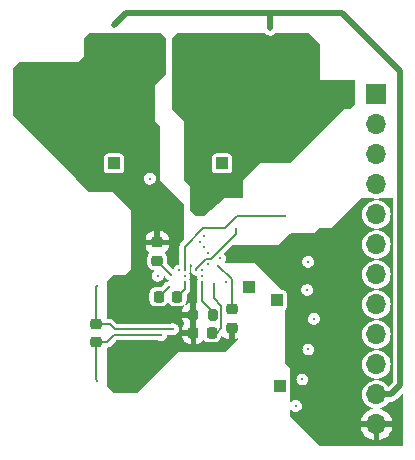
<source format=gbr>
%TF.GenerationSoftware,KiCad,Pcbnew,8.0.4*%
%TF.CreationDate,2024-08-13T22:52:30+08:00*%
%TF.ProjectId,MAX30001_MINI,4d415833-3030-4303-915f-4d494e492e6b,rev?*%
%TF.SameCoordinates,Original*%
%TF.FileFunction,Copper,L4,Bot*%
%TF.FilePolarity,Positive*%
%FSLAX46Y46*%
G04 Gerber Fmt 4.6, Leading zero omitted, Abs format (unit mm)*
G04 Created by KiCad (PCBNEW 8.0.4) date 2024-08-13 22:52:30*
%MOMM*%
%LPD*%
G01*
G04 APERTURE LIST*
G04 Aperture macros list*
%AMRoundRect*
0 Rectangle with rounded corners*
0 $1 Rounding radius*
0 $2 $3 $4 $5 $6 $7 $8 $9 X,Y pos of 4 corners*
0 Add a 4 corners polygon primitive as box body*
4,1,4,$2,$3,$4,$5,$6,$7,$8,$9,$2,$3,0*
0 Add four circle primitives for the rounded corners*
1,1,$1+$1,$2,$3*
1,1,$1+$1,$4,$5*
1,1,$1+$1,$6,$7*
1,1,$1+$1,$8,$9*
0 Add four rect primitives between the rounded corners*
20,1,$1+$1,$2,$3,$4,$5,0*
20,1,$1+$1,$4,$5,$6,$7,0*
20,1,$1+$1,$6,$7,$8,$9,0*
20,1,$1+$1,$8,$9,$2,$3,0*%
G04 Aperture macros list end*
%TA.AperFunction,ComponentPad*%
%ADD10R,1.000000X1.000000*%
%TD*%
%TA.AperFunction,ComponentPad*%
%ADD11R,1.700000X1.700000*%
%TD*%
%TA.AperFunction,ComponentPad*%
%ADD12O,1.700000X1.700000*%
%TD*%
%TA.AperFunction,SMDPad,CuDef*%
%ADD13RoundRect,0.225000X0.250000X-0.225000X0.250000X0.225000X-0.250000X0.225000X-0.250000X-0.225000X0*%
%TD*%
%TA.AperFunction,SMDPad,CuDef*%
%ADD14RoundRect,0.225000X-0.225000X-0.250000X0.225000X-0.250000X0.225000X0.250000X-0.225000X0.250000X0*%
%TD*%
%TA.AperFunction,SMDPad,CuDef*%
%ADD15RoundRect,0.225000X-0.250000X0.225000X-0.250000X-0.225000X0.250000X-0.225000X0.250000X0.225000X0*%
%TD*%
%TA.AperFunction,SMDPad,CuDef*%
%ADD16RoundRect,0.200000X-0.200000X-0.275000X0.200000X-0.275000X0.200000X0.275000X-0.200000X0.275000X0*%
%TD*%
%TA.AperFunction,SMDPad,CuDef*%
%ADD17RoundRect,0.225000X0.225000X0.250000X-0.225000X0.250000X-0.225000X-0.250000X0.225000X-0.250000X0*%
%TD*%
%TA.AperFunction,ViaPad*%
%ADD18C,0.300000*%
%TD*%
%TA.AperFunction,ViaPad*%
%ADD19C,0.200000*%
%TD*%
%TA.AperFunction,Conductor*%
%ADD20C,0.200000*%
%TD*%
%TA.AperFunction,Conductor*%
%ADD21C,0.500000*%
%TD*%
G04 APERTURE END LIST*
D10*
%TO.P,TP3,1,1*%
%TO.N,Net-(C8-Pad2)*%
X192582800Y-134416800D03*
%TD*%
%TO.P,TP4,1,1*%
%TO.N,Net-(C9-Pad2)*%
X192379600Y-127152400D03*
%TD*%
D11*
%TO.P,J4,1,Pin_1*%
%TO.N,3V3_D*%
X200787000Y-109728000D03*
D12*
%TO.P,J4,2,Pin_2*%
%TO.N,GNDD*%
X200787000Y-112268000D03*
%TO.P,J4,3,Pin_3*%
%TO.N,1V8_A*%
X200787000Y-114808000D03*
%TO.P,J4,4,Pin_4*%
%TO.N,GNDA*%
X200787000Y-117348000D03*
%TO.P,J4,5,Pin_5*%
%TO.N,Net-(J4-Pin_5)*%
X200787000Y-119888000D03*
%TO.P,J4,6,Pin_6*%
%TO.N,Net-(J4-Pin_6)*%
X200787000Y-122428000D03*
%TO.P,J4,7,Pin_7*%
%TO.N,Net-(J4-Pin_7)*%
X200787000Y-124968000D03*
%TO.P,J4,8,Pin_8*%
%TO.N,Net-(J4-Pin_8)*%
X200787000Y-127508000D03*
%TO.P,J4,9,Pin_9*%
%TO.N,Net-(J4-Pin_9)*%
X200787000Y-130048000D03*
%TO.P,J4,10,Pin_10*%
%TO.N,Net-(J4-Pin_10)*%
X200787000Y-132588000D03*
%TO.P,J4,11,Pin_11*%
%TO.N,5V0_IN*%
X200787000Y-135128000D03*
%TO.P,J4,12,Pin_12*%
%TO.N,GND*%
X200787000Y-137668000D03*
%TD*%
D13*
%TO.P,C24,2*%
%TO.N,BIN*%
X177038000Y-129171400D03*
%TO.P,C24,1*%
%TO.N,BIP*%
X177038000Y-130721400D03*
%TD*%
D14*
%TO.P,C10,1*%
%TO.N,Net-(U2-CAPP)*%
X182359000Y-126847600D03*
%TO.P,C10,2*%
%TO.N,Net-(U2-CAPN)*%
X183909000Y-126847600D03*
%TD*%
D15*
%TO.P,C13,1*%
%TO.N,Net-(U2-VREF)*%
X188518800Y-127914400D03*
%TO.P,C13,2*%
%TO.N,GNDA*%
X188518800Y-129464400D03*
%TD*%
D10*
%TO.P,TP1,1,1*%
%TO.N,Net-(JP8-A)*%
X187706000Y-115570000D03*
%TD*%
%TO.P,TP2,1,1*%
%TO.N,Net-(U2-AOUT)*%
X190000000Y-126034800D03*
%TD*%
D13*
%TO.P,C12,1*%
%TO.N,Net-(U2-CPLL)*%
X182219600Y-123812600D03*
%TO.P,C12,2*%
%TO.N,GNDA*%
X182219600Y-122262600D03*
%TD*%
D16*
%TO.P,R11,1*%
%TO.N,GNDA*%
X185255400Y-128371600D03*
%TO.P,R11,2*%
%TO.N,RBIAS*%
X186905400Y-128371600D03*
%TD*%
D17*
%TO.P,C11,1*%
%TO.N,Net-(U2-VBG)*%
X186842400Y-129895600D03*
%TO.P,C11,2*%
%TO.N,GNDA*%
X185292400Y-129895600D03*
%TD*%
D10*
%TO.P,TP5,1,1*%
%TO.N,Net-(JP9-A)*%
X178562000Y-115570000D03*
%TD*%
D18*
%TO.N,GNDA*%
X179500000Y-117000000D03*
X179500000Y-118000000D03*
%TO.N,GND*%
X191000000Y-124000000D03*
X194500000Y-132500000D03*
X194500000Y-129500000D03*
X194500000Y-130500000D03*
X196000000Y-122000000D03*
X195000000Y-122000000D03*
X202500000Y-139000000D03*
X197500000Y-139000000D03*
X196000000Y-139000000D03*
X195000000Y-138000000D03*
%TO.N,BIP*%
X177164400Y-133959600D03*
%TO.N,BIN*%
X177164400Y-125933200D03*
%TO.N,GNDD*%
X185500000Y-106000000D03*
X185000000Y-105500000D03*
X184000000Y-105500000D03*
X187000000Y-107000000D03*
X185500000Y-107000000D03*
X185500000Y-111500000D03*
X185500000Y-112500000D03*
X187000000Y-112500000D03*
X187000000Y-111500000D03*
X196000000Y-110500000D03*
X196000000Y-109000000D03*
X197000000Y-109000000D03*
X195000000Y-105000000D03*
X194000000Y-105000000D03*
X193000000Y-105000000D03*
X189000000Y-107000000D03*
X189000000Y-106000000D03*
X189000000Y-105000000D03*
X186500000Y-118000000D03*
X187500000Y-118000000D03*
X188500000Y-118000000D03*
X195000000Y-110000000D03*
%TO.N,GNDA*%
X181000000Y-134000000D03*
X183500000Y-131500000D03*
X182000000Y-133000000D03*
X176500000Y-117500000D03*
X175000000Y-116000000D03*
X173500000Y-114500000D03*
X172000000Y-113000000D03*
X170500000Y-111500000D03*
X176000000Y-107000000D03*
X182000000Y-108500000D03*
X182000000Y-108000000D03*
X182500000Y-108000000D03*
X182500000Y-105500000D03*
X182000000Y-105500000D03*
X181500000Y-105500000D03*
X171000000Y-107500000D03*
X171500000Y-107500000D03*
X172000000Y-107500000D03*
X172500000Y-107500000D03*
X182500000Y-118000000D03*
X180500000Y-122000000D03*
X181000000Y-122500000D03*
X181000000Y-122000000D03*
X180000000Y-134500000D03*
X180000000Y-134000000D03*
X180000000Y-133500000D03*
X180000000Y-133000000D03*
X180000000Y-132500000D03*
X180000000Y-132000000D03*
X180000000Y-128000000D03*
X180000000Y-127500000D03*
X180000000Y-127000000D03*
X180000000Y-126500000D03*
X180000000Y-126000000D03*
X180000000Y-125500000D03*
X185000000Y-131000000D03*
X186000000Y-131000000D03*
X187000000Y-131000000D03*
X188000000Y-131000000D03*
X183000000Y-118000000D03*
X182000000Y-118000000D03*
X180500000Y-125000000D03*
X181500000Y-111000000D03*
%TO.N,1V8_A*%
X181610000Y-116855000D03*
%TO.N,GNDD*%
X186690000Y-119380000D03*
D19*
X184556400Y-125120400D03*
D18*
%TO.N,Net-(U2-VREF)*%
X187401200Y-124256800D03*
%TO.N,INT2B*%
X194513200Y-133858000D03*
%TO.N,SDO*%
X195013200Y-131318000D03*
%TO.N,SDI*%
X195485154Y-128720306D03*
%TO.N,SCLK*%
X194919602Y-126282131D03*
%TO.N,CSB*%
X194989257Y-123901214D03*
D19*
%TO.N,Net-(U2-AOUT)*%
X186039000Y-125111000D03*
D18*
%TO.N,INTB*%
X193954398Y-136093200D03*
%TO.N,CSB*%
X186183956Y-121714207D03*
D19*
%TO.N,1V8_A*%
X184048400Y-124612400D03*
X186537600Y-124104400D03*
D18*
%TO.N,INT2B*%
X187553600Y-123596396D03*
D19*
%TO.N,INTB*%
X186047029Y-124610463D03*
D18*
%TO.N,SDO*%
X186537590Y-123145752D03*
%TO.N,SDI*%
X186182000Y-122659948D03*
%TO.N,SCLK*%
X185831802Y-122179402D03*
%TO.N,Net-(U2-VCM)*%
X188053600Y-125620400D03*
X182270400Y-125069600D03*
D19*
%TO.N,GNDA*%
X185064400Y-125577600D03*
D18*
%TO.N,FCLK*%
X193000000Y-120000000D03*
%TO.N,3V3_D*%
X188925194Y-121156781D03*
%TO.N,BIP*%
X182524400Y-130107455D03*
%TO.N,BIN*%
X183557055Y-129607455D03*
D19*
%TO.N,Net-(U2-CAPN)*%
X184556400Y-125628400D03*
D18*
%TO.N,Net-(U2-CAPP)*%
X183235600Y-126026800D03*
%TO.N,Net-(U2-CPLL)*%
X183368089Y-124976000D03*
%TO.N,Net-(U2-VBG)*%
X187022405Y-125737512D03*
D19*
%TO.N,3V3_D*%
X185541326Y-124609769D03*
%TO.N,FCLK*%
X184536984Y-124613655D03*
D18*
%TO.N,5V0_IN*%
X191770000Y-104140000D03*
X178562000Y-103886000D03*
D19*
%TO.N,RBIAS*%
X186029600Y-125628400D03*
%TD*%
D20*
%TO.N,FCLK*%
X189000000Y-120000000D02*
X193000000Y-120000000D01*
X187929554Y-121070446D02*
X189000000Y-120000000D01*
X184536984Y-122603908D02*
X186070446Y-121070446D01*
X186070446Y-121070446D02*
X187929554Y-121070446D01*
%TO.N,BIP*%
X177038000Y-130721400D02*
X177038000Y-133833200D01*
X177038000Y-133833200D02*
X177164400Y-133959600D01*
%TO.N,BIN*%
X177038000Y-129171400D02*
X177038000Y-126059600D01*
X177038000Y-126059600D02*
X177164400Y-125933200D01*
%TO.N,FCLK*%
X184536984Y-124613655D02*
X184536984Y-122603908D01*
%TO.N,Net-(U2-VBG)*%
X187022405Y-126983691D02*
X187022405Y-125737512D01*
X187655200Y-127616486D02*
X187022405Y-126983691D01*
X186842400Y-129895600D02*
X187292400Y-129895600D01*
X187655200Y-129532800D02*
X187655200Y-127616486D01*
X187292400Y-129895600D02*
X187655200Y-129532800D01*
%TO.N,Net-(U2-VREF)*%
X188518800Y-127914400D02*
X188518800Y-125374400D01*
X188518800Y-125374400D02*
X187401200Y-124256800D01*
%TO.N,3V3_D*%
X186386648Y-123645752D02*
X186795507Y-123645752D01*
X185541326Y-124491074D02*
X186386648Y-123645752D01*
X188925194Y-121516065D02*
X188925194Y-121156781D01*
X185541326Y-124609769D02*
X185541326Y-124491074D01*
X186795507Y-123645752D02*
X188925194Y-121516065D01*
%TO.N,Net-(U2-CPLL)*%
X182219600Y-123827511D02*
X183368089Y-124976000D01*
X182219600Y-123812600D02*
X182219600Y-123827511D01*
%TO.N,Net-(U2-CAPP)*%
X182359000Y-126847600D02*
X183179800Y-126026800D01*
X183179800Y-126026800D02*
X183235600Y-126026800D01*
%TO.N,RBIAS*%
X186905400Y-128371600D02*
X186905400Y-128129800D01*
X186905400Y-128129800D02*
X186029600Y-127254000D01*
X186029600Y-127254000D02*
X186029600Y-125628400D01*
%TO.N,GNDA*%
X185255400Y-128371600D02*
X185255400Y-125768600D01*
X185255400Y-125768600D02*
X185064400Y-125577600D01*
%TO.N,Net-(U2-CAPN)*%
X184556400Y-126200200D02*
X183909000Y-126847600D01*
X184556400Y-125628400D02*
X184556400Y-126200200D01*
%TO.N,BIP*%
X182524400Y-130107455D02*
X178553345Y-130107455D01*
X177939400Y-130721400D02*
X177038000Y-130721400D01*
X178553345Y-130107455D02*
X177939400Y-130721400D01*
%TO.N,BIN*%
X178629455Y-129607455D02*
X178193400Y-129171400D01*
X183557055Y-129607455D02*
X178629455Y-129607455D01*
X178193400Y-129171400D02*
X177038000Y-129171400D01*
D21*
%TO.N,5V0_IN*%
X191770000Y-102870000D02*
X179578000Y-102870000D01*
X197866000Y-102870000D02*
X191770000Y-102870000D01*
X191770000Y-102870000D02*
X191770000Y-104140000D01*
X200787000Y-135128000D02*
X202011000Y-135128000D01*
X179578000Y-102870000D02*
X178562000Y-103886000D01*
X202011000Y-135128000D02*
X202773000Y-134366000D01*
X202773000Y-134366000D02*
X202773000Y-107777000D01*
X202773000Y-107777000D02*
X197866000Y-102870000D01*
%TD*%
%TA.AperFunction,Conductor*%
%TO.N,GNDD*%
G36*
X191295116Y-104514352D02*
G01*
X191401284Y-104620520D01*
X191401287Y-104620521D01*
X191401290Y-104620524D01*
X191538213Y-104699576D01*
X191538215Y-104699576D01*
X191538216Y-104699577D01*
X191658665Y-104731851D01*
X191690939Y-104740499D01*
X191690940Y-104740500D01*
X191690943Y-104740500D01*
X191849060Y-104740500D01*
X191849060Y-104740499D01*
X192001784Y-104699577D01*
X192138716Y-104620520D01*
X192244884Y-104514352D01*
X192279532Y-104500000D01*
X194979704Y-104500000D01*
X195014352Y-104514352D01*
X195985648Y-105485648D01*
X196000000Y-105520296D01*
X196000000Y-108500000D01*
X198951000Y-108500000D01*
X198985648Y-108514352D01*
X199000000Y-108549000D01*
X199000000Y-110479704D01*
X198985648Y-110514352D01*
X198514352Y-110985648D01*
X198479704Y-111000000D01*
X198000000Y-111000000D01*
X193514352Y-115485648D01*
X193479704Y-115500000D01*
X191000000Y-115500000D01*
X189500000Y-116999999D01*
X189500000Y-118451000D01*
X189485648Y-118485648D01*
X189451000Y-118500000D01*
X187999999Y-118500000D01*
X186213628Y-119988643D01*
X186182259Y-120000000D01*
X185520296Y-120000000D01*
X185485648Y-119985648D01*
X185014352Y-119514352D01*
X185000000Y-119479704D01*
X185000000Y-117500000D01*
X184514352Y-117014352D01*
X184500000Y-116979704D01*
X184500000Y-115036740D01*
X186855500Y-115036740D01*
X186855500Y-116103260D01*
X186865427Y-116171393D01*
X186916802Y-116276483D01*
X186999517Y-116359198D01*
X187104607Y-116410573D01*
X187152884Y-116417606D01*
X187172738Y-116420500D01*
X187172740Y-116420500D01*
X188239262Y-116420500D01*
X188256590Y-116417974D01*
X188307393Y-116410573D01*
X188412483Y-116359198D01*
X188495198Y-116276483D01*
X188546573Y-116171393D01*
X188556500Y-116103260D01*
X188556500Y-115036740D01*
X188546573Y-114968607D01*
X188495198Y-114863517D01*
X188412483Y-114780802D01*
X188359938Y-114755114D01*
X188307396Y-114729428D01*
X188307394Y-114729427D01*
X188239262Y-114719500D01*
X188239260Y-114719500D01*
X187172740Y-114719500D01*
X187172738Y-114719500D01*
X187104605Y-114729427D01*
X187104603Y-114729428D01*
X186999519Y-114780801D01*
X186999515Y-114780803D01*
X186916803Y-114863515D01*
X186916801Y-114863519D01*
X186865428Y-114968603D01*
X186865427Y-114968605D01*
X186865427Y-114968607D01*
X186855500Y-115036740D01*
X184500000Y-115036740D01*
X184500000Y-112000000D01*
X183514352Y-111014352D01*
X183500000Y-110979704D01*
X183500000Y-105020296D01*
X183514352Y-104985648D01*
X183985648Y-104514352D01*
X184020296Y-104500000D01*
X191260468Y-104500000D01*
X191295116Y-104514352D01*
G37*
%TD.AperFunction*%
%TD*%
%TA.AperFunction,Conductor*%
%TO.N,GNDA*%
G36*
X182514352Y-104514352D02*
G01*
X182985648Y-104985648D01*
X183000000Y-105020296D01*
X183000000Y-107979704D01*
X182985648Y-108014352D01*
X182000000Y-108999999D01*
X182000000Y-112000000D01*
X182485648Y-112485648D01*
X182500000Y-112520296D01*
X182500000Y-117000000D01*
X184485648Y-118985648D01*
X184500000Y-119020296D01*
X184500000Y-121983492D01*
X184485648Y-122018140D01*
X184176495Y-122327293D01*
X184117185Y-122430019D01*
X184115516Y-122436251D01*
X184115515Y-122436250D01*
X184115515Y-122436254D01*
X184086484Y-122544596D01*
X184086484Y-124112900D01*
X184072132Y-124147548D01*
X184037484Y-124161900D01*
X183983623Y-124161900D01*
X183859333Y-124198395D01*
X183750350Y-124268433D01*
X183665519Y-124366336D01*
X183665518Y-124366337D01*
X183612537Y-124482346D01*
X183585088Y-124507901D01*
X183554160Y-124509005D01*
X183543562Y-124505893D01*
X183522719Y-124493526D01*
X183059452Y-124030259D01*
X183045100Y-123995611D01*
X183045100Y-123549883D01*
X183030287Y-123437364D01*
X182972300Y-123297371D01*
X182972297Y-123297366D01*
X182880051Y-123177149D01*
X182880050Y-123177148D01*
X182870767Y-123170025D01*
X182852015Y-123137547D01*
X182861722Y-123101322D01*
X182874872Y-123089446D01*
X182922334Y-123060170D01*
X183042171Y-122940333D01*
X183131146Y-122796084D01*
X183184456Y-122635203D01*
X183194600Y-122535917D01*
X183194600Y-122512600D01*
X181244601Y-122512600D01*
X181244601Y-122535916D01*
X181254743Y-122635203D01*
X181308053Y-122796084D01*
X181397028Y-122940333D01*
X181516866Y-123060171D01*
X181564326Y-123089445D01*
X181586281Y-123119850D01*
X181580307Y-123156874D01*
X181568435Y-123170022D01*
X181559149Y-123177148D01*
X181466902Y-123297366D01*
X181466899Y-123297371D01*
X181408912Y-123437364D01*
X181398293Y-123518025D01*
X181394100Y-123549880D01*
X181394100Y-124075320D01*
X181399691Y-124117792D01*
X181408912Y-124187835D01*
X181466899Y-124327828D01*
X181466902Y-124327833D01*
X181496446Y-124366336D01*
X181559149Y-124448051D01*
X181679367Y-124540298D01*
X181679369Y-124540298D01*
X181679371Y-124540300D01*
X181770213Y-124577928D01*
X181819364Y-124598287D01*
X181906106Y-124609706D01*
X181938584Y-124628457D01*
X181948291Y-124664682D01*
X181936742Y-124690375D01*
X181845025Y-124796223D01*
X181845024Y-124796225D01*
X181785233Y-124927145D01*
X181764753Y-125069597D01*
X181764753Y-125069602D01*
X181785233Y-125212054D01*
X181802277Y-125249373D01*
X181845023Y-125342973D01*
X181845024Y-125342974D01*
X181845025Y-125342976D01*
X181913275Y-125421741D01*
X181939272Y-125451743D01*
X182060347Y-125529553D01*
X182133584Y-125551057D01*
X182198434Y-125570099D01*
X182198437Y-125570099D01*
X182198439Y-125570100D01*
X182198440Y-125570100D01*
X182342360Y-125570100D01*
X182342361Y-125570100D01*
X182342363Y-125570099D01*
X182342365Y-125570099D01*
X182365195Y-125563395D01*
X182480453Y-125529553D01*
X182601528Y-125451743D01*
X182695777Y-125342973D01*
X182755565Y-125212057D01*
X182755565Y-125212055D01*
X182755566Y-125212054D01*
X182768217Y-125124056D01*
X182787353Y-125091803D01*
X182823691Y-125082528D01*
X182851365Y-125096379D01*
X182884644Y-125129658D01*
X182894565Y-125143947D01*
X182942712Y-125249373D01*
X182942713Y-125249374D01*
X182942714Y-125249376D01*
X183023816Y-125342973D01*
X183036961Y-125358143D01*
X183158036Y-125435953D01*
X183158038Y-125435954D01*
X183161135Y-125437368D01*
X183186692Y-125464814D01*
X183185356Y-125502293D01*
X183157910Y-125527850D01*
X183154588Y-125528956D01*
X183025549Y-125566846D01*
X183025547Y-125566846D01*
X183025547Y-125566847D01*
X182988322Y-125590769D01*
X182904471Y-125644657D01*
X182810223Y-125753427D01*
X182810219Y-125753432D01*
X182808978Y-125756151D01*
X182799057Y-125770438D01*
X182561749Y-126007748D01*
X182527101Y-126022100D01*
X182096280Y-126022100D01*
X182064425Y-126026293D01*
X181983764Y-126036912D01*
X181843771Y-126094899D01*
X181843766Y-126094902D01*
X181723549Y-126187148D01*
X181723548Y-126187149D01*
X181631302Y-126307366D01*
X181631299Y-126307371D01*
X181573312Y-126447364D01*
X181562693Y-126528025D01*
X181558500Y-126559880D01*
X181558500Y-127135320D01*
X181564091Y-127177792D01*
X181573312Y-127247835D01*
X181631299Y-127387828D01*
X181631302Y-127387833D01*
X181721343Y-127505177D01*
X181723549Y-127508051D01*
X181843767Y-127600298D01*
X181843769Y-127600298D01*
X181843771Y-127600300D01*
X181943920Y-127641783D01*
X181983764Y-127658287D01*
X182096280Y-127673100D01*
X182096284Y-127673100D01*
X182621716Y-127673100D01*
X182621720Y-127673100D01*
X182734236Y-127658287D01*
X182874233Y-127600298D01*
X182994451Y-127508051D01*
X183086698Y-127387833D01*
X183088730Y-127382928D01*
X183115248Y-127356409D01*
X183152751Y-127356409D01*
X183179270Y-127382927D01*
X183179270Y-127382928D01*
X183181299Y-127387828D01*
X183181302Y-127387833D01*
X183271343Y-127505177D01*
X183273549Y-127508051D01*
X183393767Y-127600298D01*
X183393769Y-127600298D01*
X183393771Y-127600300D01*
X183493920Y-127641783D01*
X183533764Y-127658287D01*
X183646280Y-127673100D01*
X183646284Y-127673100D01*
X184171716Y-127673100D01*
X184171720Y-127673100D01*
X184284236Y-127658287D01*
X184424233Y-127600298D01*
X184429155Y-127596520D01*
X184465375Y-127586812D01*
X184497856Y-127605559D01*
X184507566Y-127641783D01*
X184500918Y-127660742D01*
X184412382Y-127807198D01*
X184412381Y-127807201D01*
X184361810Y-127969488D01*
X184361809Y-127969494D01*
X184355400Y-128040029D01*
X184355400Y-128121600D01*
X185005400Y-128121600D01*
X185005400Y-127396599D01*
X184998831Y-127396600D01*
X184928294Y-127403009D01*
X184928288Y-127403010D01*
X184766001Y-127453581D01*
X184653220Y-127521760D01*
X184616143Y-127527403D01*
X184585937Y-127505177D01*
X184580294Y-127468100D01*
X184588993Y-127450002D01*
X184636698Y-127387833D01*
X184694687Y-127247836D01*
X184709500Y-127135320D01*
X184709500Y-126704499D01*
X184723852Y-126669851D01*
X184916888Y-126476815D01*
X184916889Y-126476814D01*
X184976199Y-126374087D01*
X184994076Y-126307367D01*
X184994076Y-126307366D01*
X185006900Y-126259510D01*
X185006900Y-125664125D01*
X185007399Y-125657151D01*
X185011533Y-125628401D01*
X185011533Y-125628398D01*
X185007399Y-125599646D01*
X185006900Y-125592673D01*
X185006900Y-125569091D01*
X184999251Y-125540548D01*
X184998082Y-125534853D01*
X184993097Y-125500174D01*
X184983511Y-125479184D01*
X184980755Y-125471520D01*
X184976199Y-125454514D01*
X184958435Y-125423747D01*
X184956307Y-125419618D01*
X184956305Y-125419614D01*
X184944952Y-125394754D01*
X184943615Y-125357275D01*
X184944946Y-125354058D01*
X184993097Y-125248626D01*
X184993097Y-125248624D01*
X184993098Y-125248623D01*
X185011533Y-125120402D01*
X185011533Y-125120397D01*
X184993098Y-124992176D01*
X184982057Y-124968000D01*
X184939282Y-124874337D01*
X184939280Y-124874335D01*
X184938493Y-124873110D01*
X184938344Y-124872284D01*
X184937826Y-124871150D01*
X184938115Y-124871017D01*
X184931835Y-124836202D01*
X184935138Y-124826274D01*
X184936898Y-124822421D01*
X184939027Y-124818294D01*
X184956781Y-124787545D01*
X184956781Y-124787543D01*
X184956783Y-124787541D01*
X184961341Y-124770526D01*
X184964094Y-124762870D01*
X184973681Y-124741881D01*
X184978666Y-124707199D01*
X184979832Y-124701516D01*
X184987484Y-124672964D01*
X184987484Y-124649380D01*
X184987983Y-124642407D01*
X184990933Y-124621888D01*
X184995568Y-124614075D01*
X184990374Y-124601538D01*
X184987981Y-124584889D01*
X184987484Y-124577928D01*
X184987484Y-124108532D01*
X185001836Y-124073884D01*
X185036484Y-124059532D01*
X185071132Y-124073884D01*
X185161620Y-124164373D01*
X185164537Y-124167115D01*
X185179954Y-124201303D01*
X185173412Y-124227318D01*
X185121528Y-124317184D01*
X185121525Y-124317189D01*
X185115039Y-124341400D01*
X185090826Y-124431762D01*
X185090826Y-124574042D01*
X185090327Y-124581017D01*
X185087376Y-124601537D01*
X185082741Y-124609347D01*
X185087935Y-124621886D01*
X185090327Y-124638519D01*
X185090826Y-124645494D01*
X185090826Y-124669079D01*
X185098473Y-124697617D01*
X185099644Y-124703326D01*
X185104629Y-124737996D01*
X185114212Y-124758980D01*
X185116970Y-124766651D01*
X185121526Y-124783654D01*
X185121527Y-124783657D01*
X185139278Y-124814401D01*
X185141414Y-124818545D01*
X185158441Y-124855827D01*
X185158446Y-124855835D01*
X185169629Y-124868741D01*
X185175032Y-124876328D01*
X185180834Y-124886378D01*
X185180839Y-124886384D01*
X185210142Y-124915687D01*
X185212526Y-124918247D01*
X185243277Y-124953736D01*
X185252599Y-124959727D01*
X185260754Y-124966299D01*
X185264713Y-124970258D01*
X185305768Y-124993961D01*
X185307721Y-124995151D01*
X185352257Y-125023773D01*
X185357109Y-125025197D01*
X185364469Y-125028349D01*
X185364474Y-125028339D01*
X185367436Y-125029566D01*
X185367440Y-125029568D01*
X185419041Y-125043394D01*
X185420058Y-125043680D01*
X185476554Y-125060269D01*
X185482017Y-125060269D01*
X185534867Y-125060269D01*
X185569515Y-125074621D01*
X185583159Y-125107561D01*
X185583368Y-125107532D01*
X185583485Y-125108347D01*
X185583867Y-125109269D01*
X185583867Y-125111002D01*
X185602301Y-125239223D01*
X185647893Y-125339052D01*
X185649232Y-125376531D01*
X185647892Y-125379764D01*
X185629692Y-125419614D01*
X185627557Y-125423756D01*
X185609802Y-125454509D01*
X185609800Y-125454515D01*
X185605243Y-125471520D01*
X185602486Y-125479189D01*
X185592903Y-125500173D01*
X185587919Y-125534835D01*
X185586749Y-125540541D01*
X185579100Y-125569091D01*
X185579100Y-125592673D01*
X185578601Y-125599646D01*
X185574467Y-125628398D01*
X185574467Y-125628401D01*
X185578601Y-125657151D01*
X185579100Y-125664125D01*
X185579100Y-127313308D01*
X185585473Y-127337094D01*
X185580577Y-127374277D01*
X185550824Y-127397107D01*
X185533708Y-127398575D01*
X185511971Y-127396600D01*
X185505400Y-127396600D01*
X185505400Y-128877600D01*
X185513885Y-128886085D01*
X185528048Y-128891952D01*
X185542400Y-128926600D01*
X185542400Y-130870599D01*
X185565716Y-130870599D01*
X185665003Y-130860456D01*
X185825884Y-130807146D01*
X185970133Y-130718171D01*
X186089970Y-130598334D01*
X186119246Y-130550872D01*
X186149651Y-130528917D01*
X186186675Y-130534891D01*
X186199825Y-130546767D01*
X186206949Y-130556051D01*
X186327167Y-130648298D01*
X186327169Y-130648298D01*
X186327171Y-130648300D01*
X186467164Y-130706287D01*
X186579680Y-130721100D01*
X186579684Y-130721100D01*
X187105116Y-130721100D01*
X187105120Y-130721100D01*
X187217636Y-130706287D01*
X187357633Y-130648298D01*
X187477851Y-130556051D01*
X187570098Y-130435833D01*
X187628087Y-130295836D01*
X187640898Y-130198521D01*
X187654828Y-130170274D01*
X187654951Y-130170151D01*
X187689598Y-130155800D01*
X187724246Y-130170152D01*
X187816065Y-130261970D01*
X187960315Y-130350946D01*
X188121196Y-130404256D01*
X188220482Y-130414399D01*
X188268799Y-130414399D01*
X188268800Y-130414398D01*
X188268800Y-129263400D01*
X188283152Y-129228752D01*
X188317800Y-129214400D01*
X188719800Y-129214400D01*
X188754448Y-129228752D01*
X188768800Y-129263400D01*
X188768800Y-130414399D01*
X188817116Y-130414399D01*
X188916403Y-130404256D01*
X188988368Y-130380409D01*
X189025772Y-130383134D01*
X189050294Y-130411509D01*
X189047569Y-130448913D01*
X189038429Y-130461570D01*
X188014352Y-131485648D01*
X187979704Y-131500000D01*
X184000000Y-131500000D01*
X180514352Y-134985648D01*
X180479704Y-135000000D01*
X178520296Y-135000000D01*
X178485648Y-134985648D01*
X178014352Y-134514352D01*
X178000000Y-134479704D01*
X178000000Y-131209152D01*
X178014352Y-131174504D01*
X178036315Y-131161822D01*
X178089073Y-131147686D01*
X178113287Y-131141199D01*
X178216014Y-131081889D01*
X178725596Y-130572307D01*
X178760244Y-130557955D01*
X182285250Y-130557955D01*
X182311738Y-130565731D01*
X182314347Y-130567408D01*
X182391185Y-130589969D01*
X182452434Y-130607954D01*
X182452437Y-130607954D01*
X182452439Y-130607955D01*
X182452440Y-130607955D01*
X182596360Y-130607955D01*
X182596361Y-130607955D01*
X182596363Y-130607954D01*
X182596365Y-130607954D01*
X182629131Y-130598333D01*
X182734453Y-130567408D01*
X182855528Y-130489598D01*
X182949777Y-130380828D01*
X183009565Y-130249912D01*
X183009565Y-130249910D01*
X183009566Y-130249909D01*
X183017616Y-130193916D01*
X184342401Y-130193916D01*
X184352543Y-130293203D01*
X184405853Y-130454084D01*
X184494828Y-130598333D01*
X184614666Y-130718171D01*
X184758915Y-130807146D01*
X184919796Y-130860456D01*
X185019070Y-130870598D01*
X185019094Y-130870599D01*
X185042399Y-130870598D01*
X185042400Y-130870598D01*
X185042400Y-130145600D01*
X184342401Y-130145600D01*
X184342401Y-130193916D01*
X183017616Y-130193916D01*
X183030047Y-130107456D01*
X183030047Y-130106955D01*
X183030157Y-130106688D01*
X183030546Y-130103986D01*
X183031235Y-130104085D01*
X183044399Y-130072307D01*
X183079047Y-130057955D01*
X183317905Y-130057955D01*
X183344393Y-130065731D01*
X183347002Y-130067408D01*
X183410148Y-130085949D01*
X183485089Y-130107954D01*
X183485092Y-130107954D01*
X183485094Y-130107955D01*
X183485095Y-130107955D01*
X183629015Y-130107955D01*
X183629016Y-130107955D01*
X183629018Y-130107954D01*
X183629020Y-130107954D01*
X183651850Y-130101250D01*
X183767108Y-130067408D01*
X183888183Y-129989598D01*
X183982432Y-129880828D01*
X184042220Y-129749912D01*
X184042220Y-129749910D01*
X184042221Y-129749909D01*
X184062702Y-129607457D01*
X184062702Y-129607452D01*
X184061240Y-129597282D01*
X184342400Y-129597282D01*
X184342400Y-129645600D01*
X185042400Y-129645600D01*
X185042400Y-129389600D01*
X185033914Y-129381114D01*
X185019752Y-129375248D01*
X185005400Y-129340600D01*
X185005400Y-128621600D01*
X184355401Y-128621600D01*
X184355401Y-128703168D01*
X184361809Y-128773706D01*
X184361810Y-128773711D01*
X184412381Y-128935998D01*
X184500324Y-129081473D01*
X184518625Y-129099774D01*
X184532977Y-129134422D01*
X184518625Y-129169070D01*
X184494828Y-129192866D01*
X184405853Y-129337115D01*
X184352543Y-129497996D01*
X184342400Y-129597282D01*
X184061240Y-129597282D01*
X184042221Y-129465000D01*
X184028118Y-129434120D01*
X183982432Y-129334082D01*
X183942799Y-129288343D01*
X183888183Y-129225312D01*
X183767108Y-129147502D01*
X183767105Y-129147501D01*
X183629020Y-129106955D01*
X183629016Y-129106955D01*
X183485094Y-129106955D01*
X183485089Y-129106955D01*
X183347004Y-129147501D01*
X183347002Y-129147501D01*
X183347002Y-129147502D01*
X183344393Y-129149178D01*
X183317905Y-129156955D01*
X178836354Y-129156955D01*
X178801706Y-129142603D01*
X178470014Y-128810911D01*
X178367288Y-128751601D01*
X178367286Y-128751600D01*
X178343073Y-128745113D01*
X178312951Y-128737042D01*
X178252711Y-128720900D01*
X178252709Y-128720900D01*
X178049000Y-128720900D01*
X178014352Y-128706548D01*
X178000000Y-128671900D01*
X178000000Y-125520296D01*
X178014352Y-125485648D01*
X178485648Y-125014352D01*
X178520296Y-125000000D01*
X179499999Y-125000000D01*
X179500000Y-125000000D01*
X180000000Y-124500000D01*
X180000000Y-121989282D01*
X181244600Y-121989282D01*
X181244600Y-122012600D01*
X181969600Y-122012600D01*
X182469600Y-122012600D01*
X183194599Y-122012600D01*
X183194599Y-121989283D01*
X183184456Y-121889996D01*
X183131146Y-121729115D01*
X183042171Y-121584866D01*
X182922333Y-121465028D01*
X182778084Y-121376053D01*
X182617203Y-121322743D01*
X182517917Y-121312600D01*
X182469600Y-121312600D01*
X182469600Y-122012600D01*
X181969600Y-122012600D01*
X181969600Y-121312600D01*
X181921283Y-121312600D01*
X181821996Y-121322743D01*
X181661115Y-121376053D01*
X181516866Y-121465028D01*
X181397028Y-121584866D01*
X181308053Y-121729115D01*
X181254743Y-121889996D01*
X181244600Y-121989282D01*
X180000000Y-121989282D01*
X180000000Y-119500000D01*
X178500000Y-118000000D01*
X176520296Y-118000000D01*
X176485648Y-117985648D01*
X175354997Y-116854997D01*
X181104353Y-116854997D01*
X181104353Y-116855002D01*
X181124833Y-116997454D01*
X181125996Y-117000000D01*
X181184623Y-117128373D01*
X181184624Y-117128374D01*
X181184625Y-117128376D01*
X181278871Y-117237142D01*
X181278872Y-117237143D01*
X181399947Y-117314953D01*
X181476785Y-117337514D01*
X181538034Y-117355499D01*
X181538037Y-117355499D01*
X181538039Y-117355500D01*
X181538040Y-117355500D01*
X181681960Y-117355500D01*
X181681961Y-117355500D01*
X181681963Y-117355499D01*
X181681965Y-117355499D01*
X181704795Y-117348795D01*
X181820053Y-117314953D01*
X181941128Y-117237143D01*
X182035377Y-117128373D01*
X182095165Y-116997457D01*
X182095165Y-116997455D01*
X182095166Y-116997454D01*
X182115647Y-116855002D01*
X182115647Y-116854997D01*
X182095166Y-116712545D01*
X182090751Y-116702879D01*
X182035377Y-116581627D01*
X181941128Y-116472857D01*
X181820053Y-116395047D01*
X181820050Y-116395046D01*
X181681965Y-116354500D01*
X181681961Y-116354500D01*
X181538039Y-116354500D01*
X181538034Y-116354500D01*
X181399949Y-116395046D01*
X181278871Y-116472857D01*
X181184625Y-116581623D01*
X181184624Y-116581625D01*
X181124833Y-116712545D01*
X181104353Y-116854997D01*
X175354997Y-116854997D01*
X173536740Y-115036740D01*
X177711500Y-115036740D01*
X177711500Y-116103260D01*
X177721427Y-116171393D01*
X177772802Y-116276483D01*
X177855517Y-116359198D01*
X177960607Y-116410573D01*
X178008884Y-116417606D01*
X178028738Y-116420500D01*
X178028740Y-116420500D01*
X179095262Y-116420500D01*
X179112590Y-116417974D01*
X179163393Y-116410573D01*
X179268483Y-116359198D01*
X179351198Y-116276483D01*
X179402573Y-116171393D01*
X179412500Y-116103260D01*
X179412500Y-115036740D01*
X179402573Y-114968607D01*
X179351198Y-114863517D01*
X179268483Y-114780802D01*
X179215938Y-114755114D01*
X179163396Y-114729428D01*
X179163394Y-114729427D01*
X179095262Y-114719500D01*
X179095260Y-114719500D01*
X178028740Y-114719500D01*
X178028738Y-114719500D01*
X177960605Y-114729427D01*
X177960603Y-114729428D01*
X177855519Y-114780801D01*
X177855515Y-114780803D01*
X177772803Y-114863515D01*
X177772801Y-114863519D01*
X177721428Y-114968603D01*
X177721427Y-114968605D01*
X177721427Y-114968607D01*
X177711500Y-115036740D01*
X173536740Y-115036740D01*
X170014352Y-111514352D01*
X170000000Y-111479704D01*
X170000000Y-107520296D01*
X170014352Y-107485648D01*
X170485648Y-107014352D01*
X170520296Y-107000000D01*
X175499999Y-107000000D01*
X175500000Y-107000000D01*
X176000000Y-106500000D01*
X176000000Y-105020296D01*
X176014352Y-104985648D01*
X176485648Y-104514352D01*
X176520296Y-104500000D01*
X182479704Y-104500000D01*
X182514352Y-104514352D01*
G37*
%TD.AperFunction*%
%TD*%
%TA.AperFunction,Conductor*%
%TO.N,GND*%
G36*
X200445936Y-118503308D02*
G01*
X200457060Y-118507618D01*
X200675757Y-118548500D01*
X200675759Y-118548500D01*
X200898241Y-118548500D01*
X200898243Y-118548500D01*
X201116940Y-118507618D01*
X201128063Y-118503308D01*
X201145763Y-118500000D01*
X202123500Y-118500000D01*
X202158148Y-118514352D01*
X202172500Y-118549000D01*
X202172500Y-134096968D01*
X202158148Y-134131616D01*
X201845161Y-134444602D01*
X201810513Y-134458954D01*
X201775865Y-134444602D01*
X201771410Y-134439483D01*
X201677983Y-134315766D01*
X201677980Y-134315763D01*
X201513566Y-134165879D01*
X201513563Y-134165877D01*
X201513562Y-134165876D01*
X201324401Y-134048753D01*
X201324398Y-134048752D01*
X201324397Y-134048751D01*
X201199727Y-134000454D01*
X201116940Y-133968382D01*
X200898243Y-133927500D01*
X200675757Y-133927500D01*
X200457060Y-133968382D01*
X200457055Y-133968384D01*
X200249602Y-134048751D01*
X200060433Y-134165879D01*
X199896019Y-134315763D01*
X199896016Y-134315766D01*
X199761943Y-134493309D01*
X199761940Y-134493313D01*
X199662773Y-134692466D01*
X199662770Y-134692473D01*
X199601885Y-134906461D01*
X199601884Y-134906467D01*
X199581357Y-135128000D01*
X199601884Y-135349532D01*
X199601885Y-135349538D01*
X199662770Y-135563526D01*
X199662773Y-135563533D01*
X199761940Y-135762686D01*
X199761943Y-135762690D01*
X199896016Y-135940233D01*
X199896019Y-135940236D01*
X200060433Y-136090120D01*
X200060434Y-136090121D01*
X200060438Y-136090124D01*
X200249599Y-136207247D01*
X200425763Y-136275493D01*
X200452887Y-136301392D01*
X200453753Y-136338885D01*
X200427854Y-136366009D01*
X200420744Y-136368514D01*
X200323516Y-136394566D01*
X200323511Y-136394567D01*
X200109423Y-136494398D01*
X200109411Y-136494405D01*
X199915927Y-136629885D01*
X199915920Y-136629891D01*
X199748891Y-136796920D01*
X199748885Y-136796927D01*
X199613405Y-136990411D01*
X199613398Y-136990423D01*
X199513567Y-137204511D01*
X199513566Y-137204516D01*
X199456363Y-137417999D01*
X199456364Y-137418000D01*
X200353988Y-137418000D01*
X200321075Y-137475007D01*
X200287000Y-137602174D01*
X200287000Y-137733826D01*
X200321075Y-137860993D01*
X200353988Y-137918000D01*
X199456363Y-137918000D01*
X199513566Y-138131483D01*
X199513568Y-138131488D01*
X199613398Y-138345577D01*
X199613405Y-138345589D01*
X199748885Y-138539072D01*
X199748891Y-138539079D01*
X199915920Y-138706108D01*
X199915927Y-138706114D01*
X200109410Y-138841594D01*
X200109422Y-138841601D01*
X200323511Y-138941431D01*
X200323516Y-138941433D01*
X200537000Y-138998634D01*
X200537000Y-138101012D01*
X200594007Y-138133925D01*
X200721174Y-138168000D01*
X200852826Y-138168000D01*
X200979993Y-138133925D01*
X201037000Y-138101012D01*
X201037000Y-138998634D01*
X201250483Y-138941433D01*
X201250488Y-138941431D01*
X201464577Y-138841601D01*
X201464589Y-138841594D01*
X201658072Y-138706114D01*
X201658079Y-138706108D01*
X201825108Y-138539079D01*
X201825114Y-138539072D01*
X201960594Y-138345589D01*
X201960601Y-138345577D01*
X202060431Y-138131488D01*
X202060433Y-138131483D01*
X202117636Y-137918000D01*
X201220012Y-137918000D01*
X201252925Y-137860993D01*
X201287000Y-137733826D01*
X201287000Y-137602174D01*
X201252925Y-137475007D01*
X201220012Y-137418000D01*
X202117636Y-137418000D01*
X202117636Y-137417999D01*
X202060433Y-137204516D01*
X202060432Y-137204511D01*
X201960601Y-136990423D01*
X201960594Y-136990411D01*
X201825114Y-136796927D01*
X201825108Y-136796920D01*
X201658079Y-136629891D01*
X201658072Y-136629885D01*
X201464589Y-136494405D01*
X201464577Y-136494398D01*
X201250488Y-136394568D01*
X201250483Y-136394566D01*
X201153255Y-136368514D01*
X201123502Y-136345684D01*
X201118607Y-136308502D01*
X201141437Y-136278749D01*
X201148226Y-136275497D01*
X201324401Y-136207247D01*
X201513562Y-136090124D01*
X201677981Y-135940236D01*
X201812058Y-135762689D01*
X201815558Y-135755658D01*
X201843848Y-135731041D01*
X201859421Y-135728500D01*
X201928930Y-135728500D01*
X201928946Y-135728501D01*
X201931943Y-135728501D01*
X202090059Y-135728501D01*
X202191875Y-135701218D01*
X202242785Y-135687577D01*
X202242786Y-135687576D01*
X202242790Y-135687575D01*
X202292892Y-135658646D01*
X202292892Y-135658645D01*
X202292904Y-135658639D01*
X202379716Y-135608520D01*
X202491520Y-135496716D01*
X202491520Y-135496714D01*
X202495549Y-135492686D01*
X202495552Y-135492681D01*
X202916353Y-135071881D01*
X202951000Y-135057530D01*
X202985648Y-135071882D01*
X203000000Y-135106530D01*
X203000000Y-139451000D01*
X202985648Y-139485648D01*
X202951000Y-139500000D01*
X196020296Y-139500000D01*
X195985648Y-139485648D01*
X193514352Y-137014352D01*
X193500000Y-136979704D01*
X193500000Y-136464456D01*
X193514352Y-136429808D01*
X193549000Y-136415456D01*
X193583648Y-136429808D01*
X193586032Y-136432368D01*
X193623270Y-136475343D01*
X193744345Y-136553153D01*
X193821183Y-136575714D01*
X193882432Y-136593699D01*
X193882435Y-136593699D01*
X193882437Y-136593700D01*
X193882438Y-136593700D01*
X194026358Y-136593700D01*
X194026359Y-136593700D01*
X194026361Y-136593699D01*
X194026363Y-136593699D01*
X194049193Y-136586995D01*
X194164451Y-136553153D01*
X194285526Y-136475343D01*
X194379775Y-136366573D01*
X194439563Y-136235657D01*
X194439563Y-136235655D01*
X194439564Y-136235654D01*
X194460045Y-136093202D01*
X194460045Y-136093197D01*
X194439564Y-135950745D01*
X194434763Y-135940233D01*
X194379775Y-135819827D01*
X194330262Y-135762686D01*
X194285526Y-135711057D01*
X194248987Y-135687575D01*
X194164451Y-135633247D01*
X194164448Y-135633246D01*
X194026363Y-135592700D01*
X194026359Y-135592700D01*
X193882437Y-135592700D01*
X193882432Y-135592700D01*
X193744347Y-135633246D01*
X193623269Y-135711057D01*
X193586032Y-135754031D01*
X193552495Y-135770818D01*
X193516912Y-135758975D01*
X193500125Y-135725438D01*
X193500000Y-135721943D01*
X193500000Y-133857997D01*
X194007553Y-133857997D01*
X194007553Y-133858002D01*
X194028033Y-134000454D01*
X194050090Y-134048751D01*
X194087823Y-134131373D01*
X194087824Y-134131374D01*
X194087825Y-134131376D01*
X194117722Y-134165879D01*
X194182072Y-134240143D01*
X194303147Y-134317953D01*
X194379985Y-134340514D01*
X194441234Y-134358499D01*
X194441237Y-134358499D01*
X194441239Y-134358500D01*
X194441240Y-134358500D01*
X194585160Y-134358500D01*
X194585161Y-134358500D01*
X194585163Y-134358499D01*
X194585165Y-134358499D01*
X194607995Y-134351795D01*
X194723253Y-134317953D01*
X194844328Y-134240143D01*
X194938577Y-134131373D01*
X194998365Y-134000457D01*
X194998365Y-134000455D01*
X194998366Y-134000454D01*
X195018847Y-133858002D01*
X195018847Y-133857997D01*
X194998366Y-133715545D01*
X194976309Y-133667248D01*
X194938577Y-133584627D01*
X194931298Y-133576227D01*
X194844328Y-133475857D01*
X194723253Y-133398047D01*
X194723250Y-133398046D01*
X194585165Y-133357500D01*
X194585161Y-133357500D01*
X194441239Y-133357500D01*
X194441234Y-133357500D01*
X194303149Y-133398046D01*
X194182071Y-133475857D01*
X194087825Y-133584623D01*
X194087824Y-133584625D01*
X194028033Y-133715545D01*
X194007553Y-133857997D01*
X193500000Y-133857997D01*
X193500000Y-133000000D01*
X193088000Y-132588000D01*
X199581357Y-132588000D01*
X199601884Y-132809532D01*
X199601885Y-132809538D01*
X199662770Y-133023526D01*
X199662773Y-133023533D01*
X199761940Y-133222686D01*
X199761943Y-133222690D01*
X199896016Y-133400233D01*
X199896019Y-133400236D01*
X200060433Y-133550120D01*
X200060434Y-133550121D01*
X200060438Y-133550124D01*
X200249599Y-133667247D01*
X200457060Y-133747618D01*
X200675757Y-133788500D01*
X200675759Y-133788500D01*
X200898241Y-133788500D01*
X200898243Y-133788500D01*
X201116940Y-133747618D01*
X201324401Y-133667247D01*
X201513562Y-133550124D01*
X201677981Y-133400236D01*
X201812058Y-133222689D01*
X201911229Y-133023528D01*
X201972115Y-132809536D01*
X201992643Y-132588000D01*
X201972115Y-132366464D01*
X201911229Y-132152472D01*
X201812058Y-131953311D01*
X201710253Y-131818499D01*
X201677983Y-131775766D01*
X201677980Y-131775763D01*
X201513566Y-131625879D01*
X201513563Y-131625877D01*
X201513562Y-131625876D01*
X201324401Y-131508753D01*
X201324398Y-131508752D01*
X201324397Y-131508751D01*
X201198434Y-131459953D01*
X201116940Y-131428382D01*
X200898243Y-131387500D01*
X200675757Y-131387500D01*
X200457060Y-131428382D01*
X200457055Y-131428384D01*
X200249602Y-131508751D01*
X200060433Y-131625879D01*
X199896019Y-131775763D01*
X199896016Y-131775766D01*
X199761943Y-131953309D01*
X199761940Y-131953313D01*
X199662773Y-132152466D01*
X199662770Y-132152473D01*
X199601885Y-132366461D01*
X199601884Y-132366467D01*
X199581357Y-132588000D01*
X193088000Y-132588000D01*
X193014352Y-132514352D01*
X193000000Y-132479704D01*
X193000000Y-131317997D01*
X194507553Y-131317997D01*
X194507553Y-131318002D01*
X194528033Y-131460454D01*
X194546322Y-131500500D01*
X194587823Y-131591373D01*
X194587824Y-131591374D01*
X194587825Y-131591376D01*
X194617722Y-131625879D01*
X194682072Y-131700143D01*
X194803147Y-131777953D01*
X194879985Y-131800514D01*
X194941234Y-131818499D01*
X194941237Y-131818499D01*
X194941239Y-131818500D01*
X194941240Y-131818500D01*
X195085160Y-131818500D01*
X195085161Y-131818500D01*
X195085163Y-131818499D01*
X195085165Y-131818499D01*
X195107995Y-131811795D01*
X195223253Y-131777953D01*
X195344328Y-131700143D01*
X195438577Y-131591373D01*
X195498365Y-131460457D01*
X195498365Y-131460455D01*
X195498366Y-131460454D01*
X195518847Y-131318002D01*
X195518847Y-131317997D01*
X195498366Y-131175545D01*
X195476309Y-131127248D01*
X195438577Y-131044627D01*
X195433940Y-131039276D01*
X195344328Y-130935857D01*
X195223253Y-130858047D01*
X195221537Y-130857543D01*
X195085165Y-130817500D01*
X195085161Y-130817500D01*
X194941239Y-130817500D01*
X194941234Y-130817500D01*
X194803149Y-130858046D01*
X194682071Y-130935857D01*
X194587825Y-131044623D01*
X194587824Y-131044625D01*
X194528033Y-131175545D01*
X194507553Y-131317997D01*
X193000000Y-131317997D01*
X193000000Y-130048000D01*
X199581357Y-130048000D01*
X199601884Y-130269532D01*
X199601885Y-130269538D01*
X199662770Y-130483526D01*
X199662773Y-130483533D01*
X199761940Y-130682686D01*
X199761943Y-130682690D01*
X199896016Y-130860233D01*
X199896019Y-130860236D01*
X200060433Y-131010120D01*
X200060434Y-131010121D01*
X200060438Y-131010124D01*
X200249599Y-131127247D01*
X200457060Y-131207618D01*
X200675757Y-131248500D01*
X200675759Y-131248500D01*
X200898241Y-131248500D01*
X200898243Y-131248500D01*
X201116940Y-131207618D01*
X201324401Y-131127247D01*
X201513562Y-131010124D01*
X201677981Y-130860236D01*
X201812058Y-130682689D01*
X201911229Y-130483528D01*
X201972115Y-130269536D01*
X201992643Y-130048000D01*
X201972115Y-129826464D01*
X201911229Y-129612472D01*
X201812058Y-129413311D01*
X201677981Y-129235764D01*
X201617095Y-129180259D01*
X201513566Y-129085879D01*
X201513563Y-129085877D01*
X201513562Y-129085876D01*
X201324401Y-128968753D01*
X201324398Y-128968752D01*
X201324397Y-128968751D01*
X201195824Y-128918942D01*
X201116940Y-128888382D01*
X200898243Y-128847500D01*
X200675757Y-128847500D01*
X200457060Y-128888382D01*
X200457055Y-128888384D01*
X200249602Y-128968751D01*
X200060433Y-129085879D01*
X199896019Y-129235763D01*
X199896016Y-129235766D01*
X199761943Y-129413309D01*
X199761940Y-129413313D01*
X199662773Y-129612466D01*
X199662770Y-129612473D01*
X199601885Y-129826461D01*
X199601884Y-129826467D01*
X199581357Y-130048000D01*
X193000000Y-130048000D01*
X193000000Y-128720303D01*
X194979507Y-128720303D01*
X194979507Y-128720308D01*
X194999987Y-128862760D01*
X195025645Y-128918942D01*
X195059777Y-128993679D01*
X195059778Y-128993680D01*
X195059779Y-128993682D01*
X195154025Y-129102448D01*
X195154026Y-129102449D01*
X195275101Y-129180259D01*
X195348055Y-129201680D01*
X195413188Y-129220805D01*
X195413191Y-129220805D01*
X195413193Y-129220806D01*
X195413194Y-129220806D01*
X195557114Y-129220806D01*
X195557115Y-129220806D01*
X195557117Y-129220805D01*
X195557119Y-129220805D01*
X195579949Y-129214101D01*
X195695207Y-129180259D01*
X195816282Y-129102449D01*
X195910531Y-128993679D01*
X195970319Y-128862763D01*
X195970319Y-128862761D01*
X195970320Y-128862760D01*
X195990801Y-128720308D01*
X195990801Y-128720303D01*
X195970320Y-128577851D01*
X195965905Y-128568185D01*
X195910531Y-128446933D01*
X195816282Y-128338163D01*
X195695207Y-128260353D01*
X195695204Y-128260352D01*
X195557119Y-128219806D01*
X195557115Y-128219806D01*
X195413193Y-128219806D01*
X195413188Y-128219806D01*
X195275103Y-128260352D01*
X195154025Y-128338163D01*
X195059779Y-128446929D01*
X195059778Y-128446931D01*
X194999987Y-128577851D01*
X194979507Y-128720303D01*
X193000000Y-128720303D01*
X193000000Y-128014268D01*
X193014352Y-127979620D01*
X193027480Y-127970247D01*
X193038139Y-127965036D01*
X193086083Y-127941598D01*
X193168798Y-127858883D01*
X193220173Y-127753793D01*
X193230100Y-127685660D01*
X193230100Y-127508000D01*
X199581357Y-127508000D01*
X199601884Y-127729532D01*
X199601885Y-127729538D01*
X199662770Y-127943526D01*
X199662773Y-127943533D01*
X199761940Y-128142686D01*
X199761943Y-128142690D01*
X199896016Y-128320233D01*
X199896019Y-128320236D01*
X200060433Y-128470120D01*
X200060434Y-128470121D01*
X200060438Y-128470124D01*
X200249599Y-128587247D01*
X200457060Y-128667618D01*
X200675757Y-128708500D01*
X200675759Y-128708500D01*
X200898241Y-128708500D01*
X200898243Y-128708500D01*
X201116940Y-128667618D01*
X201324401Y-128587247D01*
X201513562Y-128470124D01*
X201677981Y-128320236D01*
X201812058Y-128142689D01*
X201911229Y-127943528D01*
X201972115Y-127729536D01*
X201992643Y-127508000D01*
X201972115Y-127286464D01*
X201911229Y-127072472D01*
X201812058Y-126873311D01*
X201712960Y-126742084D01*
X201677983Y-126695766D01*
X201677980Y-126695763D01*
X201513566Y-126545879D01*
X201513563Y-126545877D01*
X201513562Y-126545876D01*
X201324401Y-126428753D01*
X201324398Y-126428752D01*
X201324397Y-126428751D01*
X201155197Y-126363203D01*
X201116940Y-126348382D01*
X200898243Y-126307500D01*
X200675757Y-126307500D01*
X200457060Y-126348382D01*
X200457055Y-126348384D01*
X200249602Y-126428751D01*
X200060433Y-126545879D01*
X199896019Y-126695763D01*
X199896016Y-126695766D01*
X199761943Y-126873309D01*
X199761940Y-126873313D01*
X199662773Y-127072466D01*
X199662770Y-127072473D01*
X199601885Y-127286461D01*
X199601884Y-127286467D01*
X199581357Y-127508000D01*
X193230100Y-127508000D01*
X193230100Y-126619140D01*
X193220173Y-126551007D01*
X193168798Y-126445917D01*
X193086083Y-126363202D01*
X193033538Y-126337514D01*
X192980996Y-126311828D01*
X192980994Y-126311827D01*
X192912862Y-126301900D01*
X192912860Y-126301900D01*
X192822196Y-126301900D01*
X192787548Y-126287548D01*
X192782128Y-126282128D01*
X194413955Y-126282128D01*
X194413955Y-126282133D01*
X194434435Y-126424585D01*
X194466537Y-126494877D01*
X194494225Y-126555504D01*
X194494226Y-126555505D01*
X194494227Y-126555507D01*
X194549365Y-126619140D01*
X194588474Y-126664274D01*
X194709549Y-126742084D01*
X194786387Y-126764645D01*
X194847636Y-126782630D01*
X194847639Y-126782630D01*
X194847641Y-126782631D01*
X194847642Y-126782631D01*
X194991562Y-126782631D01*
X194991563Y-126782631D01*
X194991565Y-126782630D01*
X194991567Y-126782630D01*
X195014397Y-126775926D01*
X195129655Y-126742084D01*
X195250730Y-126664274D01*
X195344979Y-126555504D01*
X195404767Y-126424588D01*
X195404767Y-126424586D01*
X195404768Y-126424585D01*
X195425249Y-126282133D01*
X195425249Y-126282128D01*
X195404768Y-126139676D01*
X195396193Y-126120900D01*
X195344979Y-126008758D01*
X195250730Y-125899988D01*
X195129655Y-125822178D01*
X195129652Y-125822177D01*
X194991567Y-125781631D01*
X194991563Y-125781631D01*
X194847641Y-125781631D01*
X194847636Y-125781631D01*
X194709551Y-125822177D01*
X194588473Y-125899988D01*
X194494227Y-126008754D01*
X194494226Y-126008756D01*
X194434435Y-126139676D01*
X194413955Y-126282128D01*
X192782128Y-126282128D01*
X191468000Y-124968000D01*
X199581357Y-124968000D01*
X199601884Y-125189532D01*
X199601885Y-125189538D01*
X199662770Y-125403526D01*
X199662773Y-125403533D01*
X199761940Y-125602686D01*
X199761943Y-125602690D01*
X199896016Y-125780233D01*
X199896019Y-125780236D01*
X200060433Y-125930120D01*
X200060434Y-125930121D01*
X200060438Y-125930124D01*
X200249599Y-126047247D01*
X200457060Y-126127618D01*
X200675757Y-126168500D01*
X200675759Y-126168500D01*
X200898241Y-126168500D01*
X200898243Y-126168500D01*
X201116940Y-126127618D01*
X201324401Y-126047247D01*
X201513562Y-125930124D01*
X201677981Y-125780236D01*
X201812058Y-125602689D01*
X201911229Y-125403528D01*
X201972115Y-125189536D01*
X201992643Y-124968000D01*
X201972115Y-124746464D01*
X201911229Y-124532472D01*
X201812058Y-124333311D01*
X201692198Y-124174590D01*
X201677983Y-124155766D01*
X201677980Y-124155763D01*
X201513566Y-124005879D01*
X201513563Y-124005877D01*
X201513562Y-124005876D01*
X201324401Y-123888753D01*
X201324398Y-123888752D01*
X201324397Y-123888751D01*
X201220670Y-123848567D01*
X201116940Y-123808382D01*
X200898243Y-123767500D01*
X200675757Y-123767500D01*
X200457060Y-123808382D01*
X200457055Y-123808384D01*
X200249602Y-123888751D01*
X200060433Y-124005879D01*
X199896019Y-124155763D01*
X199896016Y-124155766D01*
X199761943Y-124333309D01*
X199761940Y-124333313D01*
X199662773Y-124532466D01*
X199662770Y-124532473D01*
X199601885Y-124746461D01*
X199601884Y-124746467D01*
X199581357Y-124968000D01*
X191468000Y-124968000D01*
X190500000Y-124000000D01*
X187973427Y-124000000D01*
X187938779Y-123985648D01*
X187924427Y-123951000D01*
X187936395Y-123918912D01*
X187951733Y-123901211D01*
X194483610Y-123901211D01*
X194483610Y-123901216D01*
X194504090Y-124043668D01*
X194528397Y-124096892D01*
X194563880Y-124174587D01*
X194563881Y-124174588D01*
X194563882Y-124174590D01*
X194658128Y-124283356D01*
X194658129Y-124283357D01*
X194779204Y-124361167D01*
X194856042Y-124383728D01*
X194917291Y-124401713D01*
X194917294Y-124401713D01*
X194917296Y-124401714D01*
X194917297Y-124401714D01*
X195061217Y-124401714D01*
X195061218Y-124401714D01*
X195061220Y-124401713D01*
X195061222Y-124401713D01*
X195084052Y-124395009D01*
X195199310Y-124361167D01*
X195320385Y-124283357D01*
X195414634Y-124174587D01*
X195474422Y-124043671D01*
X195474422Y-124043669D01*
X195474423Y-124043668D01*
X195494904Y-123901216D01*
X195494904Y-123901211D01*
X195474423Y-123758759D01*
X195465331Y-123738850D01*
X195414634Y-123627841D01*
X195387384Y-123596393D01*
X195320385Y-123519071D01*
X195301986Y-123507247D01*
X195199310Y-123441261D01*
X195199307Y-123441260D01*
X195061222Y-123400714D01*
X195061218Y-123400714D01*
X194917296Y-123400714D01*
X194917291Y-123400714D01*
X194779206Y-123441260D01*
X194779204Y-123441260D01*
X194779204Y-123441261D01*
X194741979Y-123465183D01*
X194658128Y-123519071D01*
X194563882Y-123627837D01*
X194563881Y-123627839D01*
X194504090Y-123758759D01*
X194483610Y-123901211D01*
X187951733Y-123901211D01*
X187978974Y-123869772D01*
X187978977Y-123869769D01*
X188038765Y-123738853D01*
X188038765Y-123738851D01*
X188038766Y-123738850D01*
X188059247Y-123596398D01*
X188059247Y-123596393D01*
X188038766Y-123453941D01*
X188032975Y-123441260D01*
X187978977Y-123323023D01*
X187978974Y-123323019D01*
X187905030Y-123237682D01*
X187893187Y-123202098D01*
X187907413Y-123170947D01*
X188564010Y-122514352D01*
X188598658Y-122500000D01*
X192499999Y-122500000D01*
X192500000Y-122500000D01*
X192572000Y-122428000D01*
X199581357Y-122428000D01*
X199601884Y-122649532D01*
X199601885Y-122649538D01*
X199662770Y-122863526D01*
X199662773Y-122863533D01*
X199761940Y-123062686D01*
X199761943Y-123062690D01*
X199896016Y-123240233D01*
X199896019Y-123240236D01*
X200060433Y-123390120D01*
X200060434Y-123390121D01*
X200060438Y-123390124D01*
X200249599Y-123507247D01*
X200457060Y-123587618D01*
X200675757Y-123628500D01*
X200675759Y-123628500D01*
X200898241Y-123628500D01*
X200898243Y-123628500D01*
X201116940Y-123587618D01*
X201324401Y-123507247D01*
X201513562Y-123390124D01*
X201677981Y-123240236D01*
X201812058Y-123062689D01*
X201911229Y-122863528D01*
X201972115Y-122649536D01*
X201992643Y-122428000D01*
X201972115Y-122206464D01*
X201911229Y-121992472D01*
X201812058Y-121793311D01*
X201677981Y-121615764D01*
X201566738Y-121514352D01*
X201513566Y-121465879D01*
X201513563Y-121465877D01*
X201513562Y-121465876D01*
X201324401Y-121348753D01*
X201324398Y-121348752D01*
X201324397Y-121348751D01*
X201220670Y-121308567D01*
X201116940Y-121268382D01*
X200898243Y-121227500D01*
X200675757Y-121227500D01*
X200457060Y-121268382D01*
X200457055Y-121268384D01*
X200249602Y-121348751D01*
X200060433Y-121465879D01*
X199896019Y-121615763D01*
X199896016Y-121615766D01*
X199761943Y-121793309D01*
X199761940Y-121793313D01*
X199662773Y-121992466D01*
X199662770Y-121992473D01*
X199601885Y-122206461D01*
X199601884Y-122206467D01*
X199581357Y-122428000D01*
X192572000Y-122428000D01*
X193485648Y-121514352D01*
X193520296Y-121500000D01*
X195499999Y-121500000D01*
X195500000Y-121500000D01*
X195985648Y-121014352D01*
X196020296Y-121000000D01*
X196999999Y-121000000D01*
X197000000Y-121000000D01*
X198112000Y-119888000D01*
X199581357Y-119888000D01*
X199601884Y-120109532D01*
X199601885Y-120109538D01*
X199662770Y-120323526D01*
X199662773Y-120323533D01*
X199761940Y-120522686D01*
X199761943Y-120522690D01*
X199896016Y-120700233D01*
X199896019Y-120700236D01*
X200060433Y-120850120D01*
X200060434Y-120850121D01*
X200060438Y-120850124D01*
X200249599Y-120967247D01*
X200457060Y-121047618D01*
X200675757Y-121088500D01*
X200675759Y-121088500D01*
X200898241Y-121088500D01*
X200898243Y-121088500D01*
X201116940Y-121047618D01*
X201324401Y-120967247D01*
X201513562Y-120850124D01*
X201677981Y-120700236D01*
X201812058Y-120522689D01*
X201911229Y-120323528D01*
X201972115Y-120109536D01*
X201992643Y-119888000D01*
X201972115Y-119666464D01*
X201911229Y-119452472D01*
X201812058Y-119253311D01*
X201677981Y-119075764D01*
X201677980Y-119075763D01*
X201513566Y-118925879D01*
X201513563Y-118925877D01*
X201513562Y-118925876D01*
X201324401Y-118808753D01*
X201324398Y-118808752D01*
X201324397Y-118808751D01*
X201220670Y-118768567D01*
X201116940Y-118728382D01*
X200898243Y-118687500D01*
X200675757Y-118687500D01*
X200457060Y-118728382D01*
X200457055Y-118728384D01*
X200249602Y-118808751D01*
X200060433Y-118925879D01*
X199896019Y-119075763D01*
X199896016Y-119075766D01*
X199761943Y-119253309D01*
X199761940Y-119253313D01*
X199662773Y-119452466D01*
X199662770Y-119452473D01*
X199601885Y-119666461D01*
X199601884Y-119666467D01*
X199581357Y-119888000D01*
X198112000Y-119888000D01*
X199485648Y-118514352D01*
X199520296Y-118500000D01*
X200428237Y-118500000D01*
X200445936Y-118503308D01*
G37*
%TD.AperFunction*%
%TD*%
M02*

</source>
